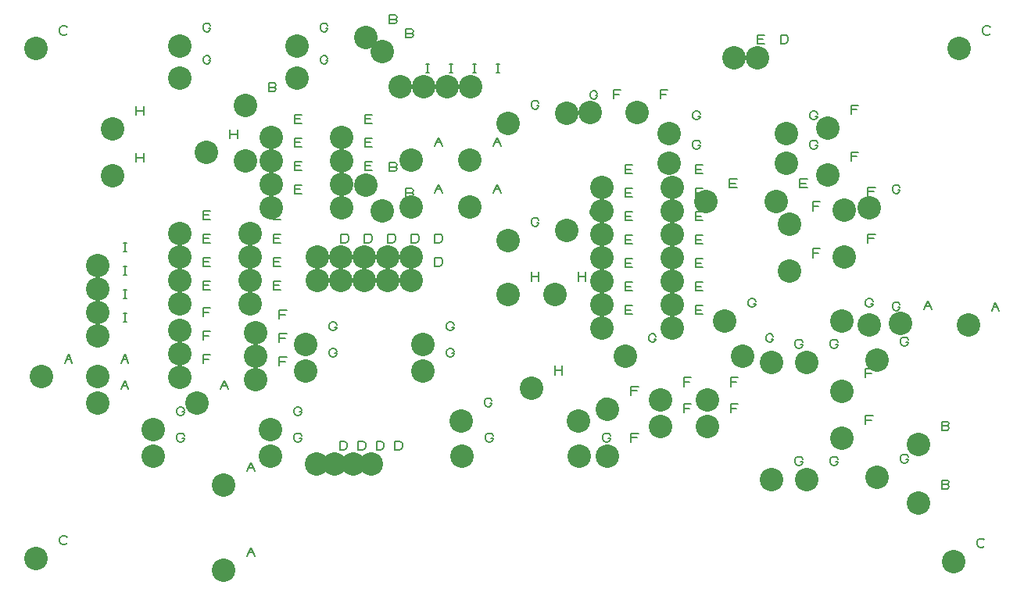
<source format=gbr>
G04 DesignSpark PCB Gerber Version 11.0 Build 5877*
%FSLAX34Y34*%
%MOIN*%
%ADD10C,0.00500*%
%ADD75C,0.10000*%
X0Y0D02*
D02*
D10*
X3213Y2681D02*
X3181Y2650D01*
X3119Y2619D01*
X3025D01*
X2963Y2650D01*
X2931Y2681D01*
X2900Y2744D01*
Y2869D01*
X2931Y2931D01*
X2963Y2963D01*
X3025Y2994D01*
X3119D01*
X3181Y2963D01*
X3213Y2931D01*
Y24431D02*
X3181Y24400D01*
X3119Y24369D01*
X3025D01*
X2963Y24400D01*
X2931Y24431D01*
X2900Y24494D01*
Y24619D01*
X2931Y24681D01*
X2963Y24713D01*
X3025Y24744D01*
X3119D01*
X3181Y24713D01*
X3213Y24681D01*
X3131Y10369D02*
X3287Y10744D01*
X3443Y10369D01*
X3193Y10525D02*
X3381D01*
X5525Y9244D02*
X5681Y9619D01*
X5838Y9244D01*
X5588Y9400D02*
X5775D01*
X5525Y10369D02*
X5681Y10744D01*
X5838Y10369D01*
X5588Y10525D02*
X5775D01*
X5619Y12119D02*
X5744D01*
X5681D02*
Y12494D01*
X5619D02*
X5744D01*
X5619Y13119D02*
X5744D01*
X5681D02*
Y13494D01*
X5619D02*
X5744D01*
X5619Y14119D02*
X5744D01*
X5681D02*
Y14494D01*
X5619D02*
X5744D01*
X5619Y15119D02*
X5744D01*
X5681D02*
Y15494D01*
X5619D02*
X5744D01*
X6175Y18944D02*
Y19319D01*
Y19131D02*
X6488D01*
Y18944D02*
Y19319D01*
X6175Y20944D02*
Y21319D01*
Y21131D02*
X6488D01*
Y20944D02*
Y21319D01*
X8119Y7150D02*
X8213D01*
Y7119D01*
X8181Y7056D01*
X8150Y7025D01*
X8088Y6994D01*
X8025D01*
X7963Y7025D01*
X7931Y7056D01*
X7900Y7119D01*
Y7244D01*
X7931Y7306D01*
X7963Y7338D01*
X8025Y7369D01*
X8088D01*
X8150Y7338D01*
X8181Y7306D01*
X8213Y7244D01*
X8119Y8275D02*
X8213D01*
Y8244D01*
X8181Y8181D01*
X8150Y8150D01*
X8088Y8119D01*
X8025D01*
X7963Y8150D01*
X7931Y8181D01*
X7900Y8244D01*
Y8369D01*
X7931Y8431D01*
X7963Y8463D01*
X8025Y8494D01*
X8088D01*
X8150Y8463D01*
X8181Y8431D01*
X8213Y8369D01*
X9025Y10344D02*
Y10719D01*
X9338D01*
X9275Y10531D02*
X9025D01*
Y11344D02*
Y11719D01*
X9338D01*
X9275Y11531D02*
X9025D01*
Y12344D02*
Y12719D01*
X9338D01*
X9275Y12531D02*
X9025D01*
Y13494D02*
Y13869D01*
X9338D01*
X9275Y13681D02*
X9025D01*
Y13494D02*
X9338D01*
X9025Y14494D02*
Y14869D01*
X9338D01*
X9275Y14681D02*
X9025D01*
Y14494D02*
X9338D01*
X9025Y15494D02*
Y15869D01*
X9338D01*
X9275Y15681D02*
X9025D01*
Y15494D02*
X9338D01*
X9025Y16494D02*
Y16869D01*
X9338D01*
X9275Y16681D02*
X9025D01*
Y16494D02*
X9338D01*
X9244Y23275D02*
X9338D01*
Y23244D01*
X9306Y23181D01*
X9275Y23150D01*
X9213Y23119D01*
X9150D01*
X9088Y23150D01*
X9056Y23181D01*
X9025Y23244D01*
Y23369D01*
X9056Y23431D01*
X9088Y23463D01*
X9150Y23494D01*
X9213D01*
X9275Y23463D01*
X9306Y23431D01*
X9338Y23369D01*
X9244Y24650D02*
X9338D01*
Y24619D01*
X9306Y24556D01*
X9275Y24525D01*
X9213Y24494D01*
X9150D01*
X9088Y24525D01*
X9056Y24556D01*
X9025Y24619D01*
Y24744D01*
X9056Y24806D01*
X9088Y24838D01*
X9150Y24869D01*
X9213D01*
X9275Y24838D01*
X9306Y24806D01*
X9338Y24744D01*
X9775Y9244D02*
X9931Y9619D01*
X10088Y9244D01*
X9838Y9400D02*
X10025D01*
X10175Y19944D02*
Y20319D01*
Y20131D02*
X10488D01*
Y19944D02*
Y20319D01*
X10900Y2119D02*
X11056Y2494D01*
X11213Y2119D01*
X10963Y2275D02*
X11150D01*
X10900Y5744D02*
X11056Y6119D01*
X11213Y5744D01*
X10963Y5900D02*
X11150D01*
X12044Y19781D02*
X12106Y19750D01*
X12138Y19688D01*
X12106Y19625D01*
X12044Y19594D01*
X11825D01*
Y19969D01*
X12044D01*
X12106Y19938D01*
X12138Y19875D01*
X12106Y19813D01*
X12044Y19781D01*
X11825D01*
X12044Y22131D02*
X12106Y22100D01*
X12138Y22038D01*
X12106Y21975D01*
X12044Y21944D01*
X11825D01*
Y22319D01*
X12044D01*
X12106Y22288D01*
X12138Y22225D01*
X12106Y22163D01*
X12044Y22131D01*
X11825D01*
X12025Y13494D02*
Y13869D01*
X12338D01*
X12275Y13681D02*
X12025D01*
Y13494D02*
X12338D01*
X12025Y14494D02*
Y14869D01*
X12338D01*
X12275Y14681D02*
X12025D01*
Y14494D02*
X12338D01*
X12025Y15494D02*
Y15869D01*
X12338D01*
X12275Y15681D02*
X12025D01*
Y15494D02*
X12338D01*
X12025Y16494D02*
Y16869D01*
X12338D01*
X12275Y16681D02*
X12025D01*
Y16494D02*
X12338D01*
X12275Y10244D02*
Y10619D01*
X12588D01*
X12525Y10431D02*
X12275D01*
Y11244D02*
Y11619D01*
X12588D01*
X12525Y11431D02*
X12275D01*
Y12244D02*
Y12619D01*
X12588D01*
X12525Y12431D02*
X12275D01*
X13119Y7150D02*
X13213D01*
Y7119D01*
X13181Y7056D01*
X13150Y7025D01*
X13088Y6994D01*
X13025D01*
X12963Y7025D01*
X12931Y7056D01*
X12900Y7119D01*
Y7244D01*
X12931Y7306D01*
X12963Y7338D01*
X13025Y7369D01*
X13088D01*
X13150Y7338D01*
X13181Y7306D01*
X13213Y7244D01*
X13119Y8275D02*
X13213D01*
Y8244D01*
X13181Y8181D01*
X13150Y8150D01*
X13088Y8119D01*
X13025D01*
X12963Y8150D01*
X12931Y8181D01*
X12900Y8244D01*
Y8369D01*
X12931Y8431D01*
X12963Y8463D01*
X13025Y8494D01*
X13088D01*
X13150Y8463D01*
X13181Y8431D01*
X13213Y8369D01*
X12925Y17594D02*
Y17969D01*
X13238D01*
X13175Y17781D02*
X12925D01*
Y17594D02*
X13238D01*
X12925Y18594D02*
Y18969D01*
X13238D01*
X13175Y18781D02*
X12925D01*
Y18594D02*
X13238D01*
X12925Y19594D02*
Y19969D01*
X13238D01*
X13175Y19781D02*
X12925D01*
Y19594D02*
X13238D01*
X12925Y20594D02*
Y20969D01*
X13238D01*
X13175Y20781D02*
X12925D01*
Y20594D02*
X13238D01*
X14244Y23275D02*
X14338D01*
Y23244D01*
X14306Y23181D01*
X14275Y23150D01*
X14213Y23119D01*
X14150D01*
X14088Y23150D01*
X14056Y23181D01*
X14025Y23244D01*
Y23369D01*
X14056Y23431D01*
X14088Y23463D01*
X14150Y23494D01*
X14213D01*
X14275Y23463D01*
X14306Y23431D01*
X14338Y23369D01*
X14244Y24650D02*
X14338D01*
Y24619D01*
X14306Y24556D01*
X14275Y24525D01*
X14213Y24494D01*
X14150D01*
X14088Y24525D01*
X14056Y24556D01*
X14025Y24619D01*
Y24744D01*
X14056Y24806D01*
X14088Y24838D01*
X14150Y24869D01*
X14213D01*
X14275Y24838D01*
X14306Y24806D01*
X14338Y24744D01*
X14619Y10775D02*
X14713D01*
Y10744D01*
X14681Y10681D01*
X14650Y10650D01*
X14588Y10619D01*
X14525D01*
X14463Y10650D01*
X14431Y10681D01*
X14400Y10744D01*
Y10869D01*
X14431Y10931D01*
X14463Y10963D01*
X14525Y10994D01*
X14588D01*
X14650Y10963D01*
X14681Y10931D01*
X14713Y10869D01*
X14619Y11900D02*
X14713D01*
Y11869D01*
X14681Y11806D01*
X14650Y11775D01*
X14588Y11744D01*
X14525D01*
X14463Y11775D01*
X14431Y11806D01*
X14400Y11869D01*
Y11994D01*
X14431Y12056D01*
X14463Y12088D01*
X14525Y12119D01*
X14588D01*
X14650Y12088D01*
X14681Y12056D01*
X14713Y11994D01*
X14844Y6658D02*
Y7033D01*
X15031D01*
X15094Y7002D01*
X15125Y6971D01*
X15156Y6908D01*
Y6783D01*
X15125Y6721D01*
X15094Y6689D01*
X15031Y6658D01*
X14844D01*
X14900Y14494D02*
Y14869D01*
X15088D01*
X15150Y14838D01*
X15181Y14806D01*
X15213Y14744D01*
Y14619D01*
X15181Y14556D01*
X15150Y14525D01*
X15088Y14494D01*
X14900D01*
Y15494D02*
Y15869D01*
X15088D01*
X15150Y15838D01*
X15181Y15806D01*
X15213Y15744D01*
Y15619D01*
X15181Y15556D01*
X15150Y15525D01*
X15088Y15494D01*
X14900D01*
X15631Y6658D02*
Y7033D01*
X15819D01*
X15881Y7002D01*
X15913Y6971D01*
X15944Y6908D01*
Y6783D01*
X15913Y6721D01*
X15881Y6689D01*
X15819Y6658D01*
X15631D01*
X15900Y14494D02*
Y14869D01*
X16088D01*
X16150Y14838D01*
X16181Y14806D01*
X16213Y14744D01*
Y14619D01*
X16181Y14556D01*
X16150Y14525D01*
X16088Y14494D01*
X15900D01*
Y15494D02*
Y15869D01*
X16088D01*
X16150Y15838D01*
X16181Y15806D01*
X16213Y15744D01*
Y15619D01*
X16181Y15556D01*
X16150Y15525D01*
X16088Y15494D01*
X15900D01*
X15925Y17594D02*
Y17969D01*
X16238D01*
X16175Y17781D02*
X15925D01*
Y17594D02*
X16238D01*
X15925Y18594D02*
Y18969D01*
X16238D01*
X16175Y18781D02*
X15925D01*
Y18594D02*
X16238D01*
X15925Y19594D02*
Y19969D01*
X16238D01*
X16175Y19781D02*
X15925D01*
Y19594D02*
X16238D01*
X15925Y20594D02*
Y20969D01*
X16238D01*
X16175Y20781D02*
X15925D01*
Y20594D02*
X16238D01*
X16419Y6658D02*
Y7033D01*
X16606D01*
X16669Y7002D01*
X16700Y6971D01*
X16731Y6908D01*
Y6783D01*
X16700Y6721D01*
X16669Y6689D01*
X16606Y6658D01*
X16419D01*
X16900Y14494D02*
Y14869D01*
X17088D01*
X17150Y14838D01*
X17181Y14806D01*
X17213Y14744D01*
Y14619D01*
X17181Y14556D01*
X17150Y14525D01*
X17088Y14494D01*
X16900D01*
Y15494D02*
Y15869D01*
X17088D01*
X17150Y15838D01*
X17181Y15806D01*
X17213Y15744D01*
Y15619D01*
X17181Y15556D01*
X17150Y15525D01*
X17088Y15494D01*
X16900D01*
X17194Y18731D02*
X17256Y18700D01*
X17288Y18638D01*
X17256Y18575D01*
X17194Y18544D01*
X16975D01*
Y18919D01*
X17194D01*
X17256Y18888D01*
X17288Y18825D01*
X17256Y18763D01*
X17194Y18731D01*
X16975D01*
X17194Y25031D02*
X17256Y25000D01*
X17288Y24938D01*
X17256Y24875D01*
X17194Y24844D01*
X16975D01*
Y25219D01*
X17194D01*
X17256Y25188D01*
X17288Y25125D01*
X17256Y25063D01*
X17194Y25031D01*
X16975D01*
X17206Y6658D02*
Y7033D01*
X17394D01*
X17456Y7002D01*
X17487Y6971D01*
X17519Y6908D01*
Y6783D01*
X17487Y6721D01*
X17456Y6689D01*
X17394Y6658D01*
X17206D01*
X17894Y17631D02*
X17956Y17600D01*
X17988Y17538D01*
X17956Y17475D01*
X17894Y17444D01*
X17675D01*
Y17819D01*
X17894D01*
X17956Y17788D01*
X17988Y17725D01*
X17956Y17663D01*
X17894Y17631D01*
X17675D01*
X17894Y24431D02*
X17956Y24400D01*
X17988Y24338D01*
X17956Y24275D01*
X17894Y24244D01*
X17675D01*
Y24619D01*
X17894D01*
X17956Y24588D01*
X17988Y24525D01*
X17956Y24463D01*
X17894Y24431D01*
X17675D01*
X17900Y14494D02*
Y14869D01*
X18088D01*
X18150Y14838D01*
X18181Y14806D01*
X18213Y14744D01*
Y14619D01*
X18181Y14556D01*
X18150Y14525D01*
X18088Y14494D01*
X17900D01*
Y15494D02*
Y15869D01*
X18088D01*
X18150Y15838D01*
X18181Y15806D01*
X18213Y15744D01*
Y15619D01*
X18181Y15556D01*
X18150Y15525D01*
X18088Y15494D01*
X17900D01*
X18519Y22744D02*
X18644D01*
X18581D02*
Y23119D01*
X18519D02*
X18644D01*
X18900Y14494D02*
Y14869D01*
X19088D01*
X19150Y14838D01*
X19181Y14806D01*
X19213Y14744D01*
Y14619D01*
X19181Y14556D01*
X19150Y14525D01*
X19088Y14494D01*
X18900D01*
Y15494D02*
Y15869D01*
X19088D01*
X19150Y15838D01*
X19181Y15806D01*
X19213Y15744D01*
Y15619D01*
X19181Y15556D01*
X19150Y15525D01*
X19088Y15494D01*
X18900D01*
Y17619D02*
X19056Y17994D01*
X19213Y17619D01*
X18963Y17775D02*
X19150D01*
X18900Y19619D02*
X19056Y19994D01*
X19213Y19619D01*
X18963Y19775D02*
X19150D01*
X19619Y10775D02*
X19713D01*
Y10744D01*
X19681Y10681D01*
X19650Y10650D01*
X19588Y10619D01*
X19525D01*
X19463Y10650D01*
X19431Y10681D01*
X19400Y10744D01*
Y10869D01*
X19431Y10931D01*
X19463Y10963D01*
X19525Y10994D01*
X19588D01*
X19650Y10963D01*
X19681Y10931D01*
X19713Y10869D01*
X19619Y11900D02*
X19713D01*
Y11869D01*
X19681Y11806D01*
X19650Y11775D01*
X19588Y11744D01*
X19525D01*
X19463Y11775D01*
X19431Y11806D01*
X19400Y11869D01*
Y11994D01*
X19431Y12056D01*
X19463Y12088D01*
X19525Y12119D01*
X19588D01*
X19650Y12088D01*
X19681Y12056D01*
X19713Y11994D01*
X19519Y22744D02*
X19644D01*
X19581D02*
Y23119D01*
X19519D02*
X19644D01*
X20519Y22744D02*
X20644D01*
X20581D02*
Y23119D01*
X20519D02*
X20644D01*
X21244Y8650D02*
X21338D01*
Y8619D01*
X21306Y8556D01*
X21275Y8525D01*
X21213Y8494D01*
X21150D01*
X21088Y8525D01*
X21056Y8556D01*
X21025Y8619D01*
Y8744D01*
X21056Y8806D01*
X21088Y8838D01*
X21150Y8869D01*
X21213D01*
X21275Y8838D01*
X21306Y8806D01*
X21338Y8744D01*
X21294Y7150D02*
X21388D01*
Y7119D01*
X21356Y7056D01*
X21325Y7025D01*
X21263Y6994D01*
X21200D01*
X21138Y7025D01*
X21106Y7056D01*
X21075Y7119D01*
Y7244D01*
X21106Y7306D01*
X21138Y7338D01*
X21200Y7369D01*
X21263D01*
X21325Y7338D01*
X21356Y7306D01*
X21388Y7244D01*
X21400Y17619D02*
X21556Y17994D01*
X21713Y17619D01*
X21463Y17775D02*
X21650D01*
X21400Y19619D02*
X21556Y19994D01*
X21713Y19619D01*
X21463Y19775D02*
X21650D01*
X21519Y22744D02*
X21644D01*
X21581D02*
Y23119D01*
X21519D02*
X21644D01*
X23025Y13869D02*
Y14244D01*
Y14056D02*
X23338D01*
Y13869D02*
Y14244D01*
X23244Y16350D02*
X23338D01*
Y16319D01*
X23306Y16256D01*
X23275Y16225D01*
X23213Y16194D01*
X23150D01*
X23088Y16225D01*
X23056Y16256D01*
X23025Y16319D01*
Y16444D01*
X23056Y16506D01*
X23088Y16538D01*
X23150Y16569D01*
X23213D01*
X23275Y16538D01*
X23306Y16506D01*
X23338Y16444D01*
X23244Y21350D02*
X23338D01*
Y21319D01*
X23306Y21256D01*
X23275Y21225D01*
X23213Y21194D01*
X23150D01*
X23088Y21225D01*
X23056Y21256D01*
X23025Y21319D01*
Y21444D01*
X23056Y21506D01*
X23088Y21538D01*
X23150Y21569D01*
X23213D01*
X23275Y21538D01*
X23306Y21506D01*
X23338Y21444D01*
X24025Y9869D02*
Y10244D01*
Y10056D02*
X24338D01*
Y9869D02*
Y10244D01*
X25025Y13869D02*
Y14244D01*
Y14056D02*
X25338D01*
Y13869D02*
Y14244D01*
X25744Y16775D02*
X25838D01*
Y16744D01*
X25806Y16681D01*
X25775Y16650D01*
X25713Y16619D01*
X25650D01*
X25588Y16650D01*
X25556Y16681D01*
X25525Y16744D01*
Y16869D01*
X25556Y16931D01*
X25588Y16963D01*
X25650Y16994D01*
X25713D01*
X25775Y16963D01*
X25806Y16931D01*
X25838Y16869D01*
X25744Y21775D02*
X25838D01*
Y21744D01*
X25806Y21681D01*
X25775Y21650D01*
X25713Y21619D01*
X25650D01*
X25588Y21650D01*
X25556Y21681D01*
X25525Y21744D01*
Y21869D01*
X25556Y21931D01*
X25588Y21963D01*
X25650Y21994D01*
X25713D01*
X25775Y21963D01*
X25806Y21931D01*
X25838Y21869D01*
X26244Y8650D02*
X26338D01*
Y8619D01*
X26306Y8556D01*
X26275Y8525D01*
X26213Y8494D01*
X26150D01*
X26088Y8525D01*
X26056Y8556D01*
X26025Y8619D01*
Y8744D01*
X26056Y8806D01*
X26088Y8838D01*
X26150Y8869D01*
X26213D01*
X26275Y8838D01*
X26306Y8806D01*
X26338Y8744D01*
X26294Y7150D02*
X26388D01*
Y7119D01*
X26356Y7056D01*
X26325Y7025D01*
X26263Y6994D01*
X26200D01*
X26138Y7025D01*
X26106Y7056D01*
X26075Y7119D01*
Y7244D01*
X26106Y7306D01*
X26138Y7338D01*
X26200Y7369D01*
X26263D01*
X26325Y7338D01*
X26356Y7306D01*
X26388Y7244D01*
X26525Y21644D02*
Y22019D01*
X26838D01*
X26775Y21831D02*
X26525D01*
X27025Y12444D02*
Y12819D01*
X27338D01*
X27275Y12631D02*
X27025D01*
Y12444D02*
X27338D01*
X27025Y13444D02*
Y13819D01*
X27338D01*
X27275Y13631D02*
X27025D01*
Y13444D02*
X27338D01*
X27025Y14444D02*
Y14819D01*
X27338D01*
X27275Y14631D02*
X27025D01*
Y14444D02*
X27338D01*
X27025Y15444D02*
Y15819D01*
X27338D01*
X27275Y15631D02*
X27025D01*
Y15444D02*
X27338D01*
X27025Y16444D02*
Y16819D01*
X27338D01*
X27275Y16631D02*
X27025D01*
Y16444D02*
X27338D01*
X27025Y17444D02*
Y17819D01*
X27338D01*
X27275Y17631D02*
X27025D01*
Y17444D02*
X27338D01*
X27025Y18444D02*
Y18819D01*
X27338D01*
X27275Y18631D02*
X27025D01*
Y18444D02*
X27338D01*
X27275Y6994D02*
Y7369D01*
X27588D01*
X27525Y7181D02*
X27275D01*
Y8994D02*
Y9369D01*
X27588D01*
X27525Y9181D02*
X27275D01*
X28244Y11400D02*
X28338D01*
Y11369D01*
X28306Y11306D01*
X28275Y11275D01*
X28213Y11244D01*
X28150D01*
X28088Y11275D01*
X28056Y11306D01*
X28025Y11369D01*
Y11494D01*
X28056Y11556D01*
X28088Y11588D01*
X28150Y11619D01*
X28213D01*
X28275Y11588D01*
X28306Y11556D01*
X28338Y11494D01*
X28525Y21644D02*
Y22019D01*
X28838D01*
X28775Y21831D02*
X28525D01*
X29525Y8244D02*
Y8619D01*
X29838D01*
X29775Y8431D02*
X29525D01*
Y9369D02*
Y9744D01*
X29838D01*
X29775Y9556D02*
X29525D01*
X30119Y19650D02*
X30213D01*
Y19619D01*
X30181Y19556D01*
X30150Y19525D01*
X30088Y19494D01*
X30025D01*
X29963Y19525D01*
X29931Y19556D01*
X29900Y19619D01*
Y19744D01*
X29931Y19806D01*
X29963Y19838D01*
X30025Y19869D01*
X30088D01*
X30150Y19838D01*
X30181Y19806D01*
X30213Y19744D01*
X30119Y20900D02*
X30213D01*
Y20869D01*
X30181Y20806D01*
X30150Y20775D01*
X30088Y20744D01*
X30025D01*
X29963Y20775D01*
X29931Y20806D01*
X29900Y20869D01*
Y20994D01*
X29931Y21056D01*
X29963Y21088D01*
X30025Y21119D01*
X30088D01*
X30150Y21088D01*
X30181Y21056D01*
X30213Y20994D01*
X30025Y12444D02*
Y12819D01*
X30338D01*
X30275Y12631D02*
X30025D01*
Y12444D02*
X30338D01*
X30025Y13444D02*
Y13819D01*
X30338D01*
X30275Y13631D02*
X30025D01*
Y13444D02*
X30338D01*
X30025Y14444D02*
Y14819D01*
X30338D01*
X30275Y14631D02*
X30025D01*
Y14444D02*
X30338D01*
X30025Y15444D02*
Y15819D01*
X30338D01*
X30275Y15631D02*
X30025D01*
Y15444D02*
X30338D01*
X30025Y16444D02*
Y16819D01*
X30338D01*
X30275Y16631D02*
X30025D01*
Y16444D02*
X30338D01*
X30025Y17444D02*
Y17819D01*
X30338D01*
X30275Y17631D02*
X30025D01*
Y17444D02*
X30338D01*
X30025Y18444D02*
Y18819D01*
X30338D01*
X30275Y18631D02*
X30025D01*
Y18444D02*
X30338D01*
X31475Y17844D02*
Y18219D01*
X31788D01*
X31725Y18031D02*
X31475D01*
Y17844D02*
X31788D01*
X31525Y8244D02*
Y8619D01*
X31838D01*
X31775Y8431D02*
X31525D01*
Y9369D02*
Y9744D01*
X31838D01*
X31775Y9556D02*
X31525D01*
X32494Y12900D02*
X32588D01*
Y12869D01*
X32556Y12806D01*
X32525Y12775D01*
X32463Y12744D01*
X32400D01*
X32338Y12775D01*
X32306Y12806D01*
X32275Y12869D01*
Y12994D01*
X32306Y13056D01*
X32338Y13088D01*
X32400Y13119D01*
X32463D01*
X32525Y13088D01*
X32556Y13056D01*
X32588Y12994D01*
X32650Y23994D02*
Y24369D01*
X32963D01*
X32900Y24181D02*
X32650D01*
Y23994D02*
X32963D01*
X33244Y11400D02*
X33338D01*
Y11369D01*
X33306Y11306D01*
X33275Y11275D01*
X33213Y11244D01*
X33150D01*
X33088Y11275D01*
X33056Y11306D01*
X33025Y11369D01*
Y11494D01*
X33056Y11556D01*
X33088Y11588D01*
X33150Y11619D01*
X33213D01*
X33275Y11588D01*
X33306Y11556D01*
X33338Y11494D01*
X33650Y23994D02*
Y24369D01*
X33838D01*
X33900Y24338D01*
X33931Y24306D01*
X33963Y24244D01*
Y24119D01*
X33931Y24056D01*
X33900Y24025D01*
X33838Y23994D01*
X33650D01*
X34494Y6150D02*
X34588D01*
Y6119D01*
X34556Y6056D01*
X34525Y6025D01*
X34463Y5994D01*
X34400D01*
X34338Y6025D01*
X34306Y6056D01*
X34275Y6119D01*
Y6244D01*
X34306Y6306D01*
X34338Y6338D01*
X34400Y6369D01*
X34463D01*
X34525Y6338D01*
X34556Y6306D01*
X34588Y6244D01*
X34494Y11150D02*
X34588D01*
Y11119D01*
X34556Y11056D01*
X34525Y11025D01*
X34463Y10994D01*
X34400D01*
X34338Y11025D01*
X34306Y11056D01*
X34275Y11119D01*
Y11244D01*
X34306Y11306D01*
X34338Y11338D01*
X34400Y11369D01*
X34463D01*
X34525Y11338D01*
X34556Y11306D01*
X34588Y11244D01*
X34475Y17844D02*
Y18219D01*
X34788D01*
X34725Y18031D02*
X34475D01*
Y17844D02*
X34788D01*
X35119Y19650D02*
X35213D01*
Y19619D01*
X35181Y19556D01*
X35150Y19525D01*
X35088Y19494D01*
X35025D01*
X34963Y19525D01*
X34931Y19556D01*
X34900Y19619D01*
Y19744D01*
X34931Y19806D01*
X34963Y19838D01*
X35025Y19869D01*
X35088D01*
X35150Y19838D01*
X35181Y19806D01*
X35213Y19744D01*
X35119Y20900D02*
X35213D01*
Y20869D01*
X35181Y20806D01*
X35150Y20775D01*
X35088Y20744D01*
X35025D01*
X34963Y20775D01*
X34931Y20806D01*
X34900Y20869D01*
Y20994D01*
X34931Y21056D01*
X34963Y21088D01*
X35025Y21119D01*
X35088D01*
X35150Y21088D01*
X35181Y21056D01*
X35213Y20994D01*
X35025Y14869D02*
Y15244D01*
X35338D01*
X35275Y15056D02*
X35025D01*
Y16869D02*
Y17244D01*
X35338D01*
X35275Y17056D02*
X35025D01*
X35994Y6150D02*
X36088D01*
Y6119D01*
X36056Y6056D01*
X36025Y6025D01*
X35963Y5994D01*
X35900D01*
X35838Y6025D01*
X35806Y6056D01*
X35775Y6119D01*
Y6244D01*
X35806Y6306D01*
X35838Y6338D01*
X35900Y6369D01*
X35963D01*
X36025Y6338D01*
X36056Y6306D01*
X36088Y6244D01*
X35994Y11150D02*
X36088D01*
Y11119D01*
X36056Y11056D01*
X36025Y11025D01*
X35963Y10994D01*
X35900D01*
X35838Y11025D01*
X35806Y11056D01*
X35775Y11119D01*
Y11244D01*
X35806Y11306D01*
X35838Y11338D01*
X35900Y11369D01*
X35963D01*
X36025Y11338D01*
X36056Y11306D01*
X36088Y11244D01*
X36650Y18994D02*
Y19369D01*
X36963D01*
X36900Y19181D02*
X36650D01*
Y20994D02*
Y21369D01*
X36963D01*
X36900Y21181D02*
X36650D01*
X37275Y7744D02*
Y8119D01*
X37588D01*
X37525Y7931D02*
X37275D01*
Y9744D02*
Y10119D01*
X37588D01*
X37525Y9931D02*
X37275D01*
X37494Y12900D02*
X37588D01*
Y12869D01*
X37556Y12806D01*
X37525Y12775D01*
X37463Y12744D01*
X37400D01*
X37338Y12775D01*
X37306Y12806D01*
X37275Y12869D01*
Y12994D01*
X37306Y13056D01*
X37338Y13088D01*
X37400Y13119D01*
X37463D01*
X37525Y13088D01*
X37556Y13056D01*
X37588Y12994D01*
X37375Y15494D02*
Y15869D01*
X37688D01*
X37625Y15681D02*
X37375D01*
Y17494D02*
Y17869D01*
X37688D01*
X37625Y17681D02*
X37375D01*
X38644Y12750D02*
X38738D01*
Y12719D01*
X38706Y12656D01*
X38675Y12625D01*
X38613Y12594D01*
X38550D01*
X38488Y12625D01*
X38456Y12656D01*
X38425Y12719D01*
Y12844D01*
X38456Y12906D01*
X38488Y12938D01*
X38550Y12969D01*
X38613D01*
X38675Y12938D01*
X38706Y12906D01*
X38738Y12844D01*
X38644Y17750D02*
X38738D01*
Y17719D01*
X38706Y17656D01*
X38675Y17625D01*
X38613Y17594D01*
X38550D01*
X38488Y17625D01*
X38456Y17656D01*
X38425Y17719D01*
Y17844D01*
X38456Y17906D01*
X38488Y17938D01*
X38550Y17969D01*
X38613D01*
X38675Y17938D01*
X38706Y17906D01*
X38738Y17844D01*
X38994Y6250D02*
X39088D01*
Y6219D01*
X39056Y6156D01*
X39025Y6125D01*
X38963Y6094D01*
X38900D01*
X38838Y6125D01*
X38806Y6156D01*
X38775Y6219D01*
Y6344D01*
X38806Y6406D01*
X38838Y6438D01*
X38900Y6469D01*
X38963D01*
X39025Y6438D01*
X39056Y6406D01*
X39088Y6344D01*
X38994Y11250D02*
X39088D01*
Y11219D01*
X39056Y11156D01*
X39025Y11125D01*
X38963Y11094D01*
X38900D01*
X38838Y11125D01*
X38806Y11156D01*
X38775Y11219D01*
Y11344D01*
X38806Y11406D01*
X38838Y11438D01*
X38900Y11469D01*
X38963D01*
X39025Y11438D01*
X39056Y11406D01*
X39088Y11344D01*
X39775Y12644D02*
X39931Y13019D01*
X40088Y12644D01*
X39838Y12800D02*
X40025D01*
X40744Y5181D02*
X40806Y5150D01*
X40838Y5088D01*
X40806Y5025D01*
X40744Y4994D01*
X40525D01*
Y5369D01*
X40744D01*
X40806Y5338D01*
X40838Y5275D01*
X40806Y5213D01*
X40744Y5181D01*
X40525D01*
X40744Y7681D02*
X40806Y7650D01*
X40838Y7588D01*
X40806Y7525D01*
X40744Y7494D01*
X40525D01*
Y7869D01*
X40744D01*
X40806Y7838D01*
X40838Y7775D01*
X40806Y7713D01*
X40744Y7681D01*
X40525D01*
X42338Y2556D02*
X42306Y2525D01*
X42244Y2494D01*
X42150D01*
X42088Y2525D01*
X42056Y2556D01*
X42025Y2619D01*
Y2744D01*
X42056Y2806D01*
X42088Y2838D01*
X42150Y2869D01*
X42244D01*
X42306Y2838D01*
X42338Y2806D01*
X42588Y24431D02*
X42556Y24400D01*
X42494Y24369D01*
X42400D01*
X42338Y24400D01*
X42306Y24431D01*
X42275Y24494D01*
Y24619D01*
X42306Y24681D01*
X42338Y24713D01*
X42400Y24744D01*
X42494D01*
X42556Y24713D01*
X42588Y24681D01*
X42650Y12594D02*
X42806Y12969D01*
X42963Y12594D01*
X42713Y12750D02*
X42900D01*
D02*
D75*
X1900Y2025D03*
Y23775D03*
X2131Y9775D03*
X4525Y8650D03*
Y9775D03*
Y11525D03*
Y12525D03*
Y13525D03*
Y14525D03*
X5175Y18350D03*
Y20350D03*
X6900Y6400D03*
Y7525D03*
X8025Y9750D03*
Y10750D03*
Y11750D03*
Y12900D03*
Y13900D03*
Y14900D03*
Y15900D03*
Y22525D03*
Y23900D03*
X8775Y8650D03*
X9175Y19350D03*
X9900Y1525D03*
Y5150D03*
X10825Y19000D03*
Y21350D03*
X11025Y12900D03*
Y13900D03*
Y14900D03*
Y15900D03*
X11275Y9650D03*
Y10650D03*
Y11650D03*
X11900Y6400D03*
Y7525D03*
X11925Y17000D03*
Y18000D03*
Y19000D03*
Y20000D03*
X13025Y22525D03*
Y23900D03*
X13400Y10025D03*
Y11150D03*
X13844Y6064D03*
X13900Y13900D03*
Y14900D03*
X14631Y6064D03*
X14900Y13900D03*
Y14900D03*
X14925Y17000D03*
Y18000D03*
Y19000D03*
Y20000D03*
X15419Y6064D03*
X15900Y13900D03*
Y14900D03*
X15975Y17950D03*
Y24250D03*
X16206Y6064D03*
X16675Y16850D03*
Y23650D03*
X16900Y13900D03*
Y14900D03*
X17425Y22150D03*
X17900Y13900D03*
Y14900D03*
Y17025D03*
Y19025D03*
X18400Y10025D03*
Y11150D03*
X18425Y22150D03*
X19425D03*
X20025Y7900D03*
X20075Y6400D03*
X20400Y17025D03*
Y19025D03*
X20425Y22150D03*
X22025Y13275D03*
Y15600D03*
Y20600D03*
X23025Y9275D03*
X24025Y13275D03*
X24525Y16025D03*
Y21025D03*
X25025Y7900D03*
X25075Y6400D03*
X25525Y21050D03*
X26025Y11850D03*
Y12850D03*
Y13850D03*
Y14850D03*
Y15850D03*
Y16850D03*
Y17850D03*
X26275Y6400D03*
Y8400D03*
X27025Y10650D03*
X27525Y21050D03*
X28525Y7650D03*
Y8775D03*
X28900Y18900D03*
Y20150D03*
X29025Y11850D03*
Y12850D03*
Y13850D03*
Y14850D03*
Y15850D03*
Y16850D03*
Y17850D03*
X30475Y17250D03*
X30525Y7650D03*
Y8775D03*
X31275Y12150D03*
X31650Y23400D03*
X32025Y10650D03*
X32650Y23400D03*
X33275Y5400D03*
Y10400D03*
X33475Y17250D03*
X33900Y18900D03*
Y20150D03*
X34025Y14275D03*
Y16275D03*
X34775Y5400D03*
Y10400D03*
X35650Y18400D03*
Y20400D03*
X36275Y7150D03*
Y9150D03*
Y12150D03*
X36375Y14900D03*
Y16900D03*
X37425Y12000D03*
Y17000D03*
X37775Y5500D03*
Y10500D03*
X38775Y12050D03*
X39525Y4400D03*
Y6900D03*
X41025Y1900D03*
X41275Y23775D03*
X41650Y12000D03*
X0Y0D02*
M02*

</source>
